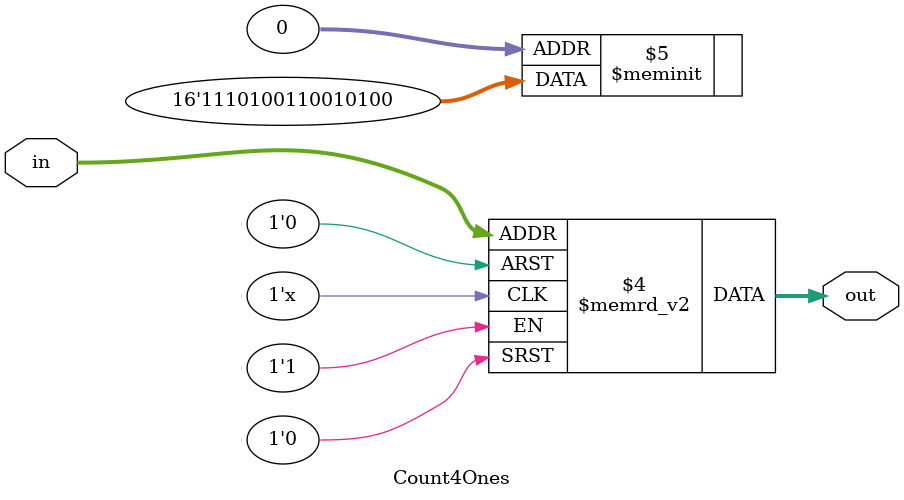
<source format=v>
module Count4Ones(
    input       [2:0]         in,
    output reg  [1:0]         out
);
always@(in)begin
    case(in)
        3'b000: out = 2'b00;
        3'b001: out = 2'b01;
        3'b010: out = 2'b01;
        3'b011: out = 2'b10;
        3'b100: out = 2'b01;
        3'b101: out = 2'b10;
        3'b110: out = 2'b10;
        3'b111: out = 2'b11;
    endcase
end
endmodule
</source>
